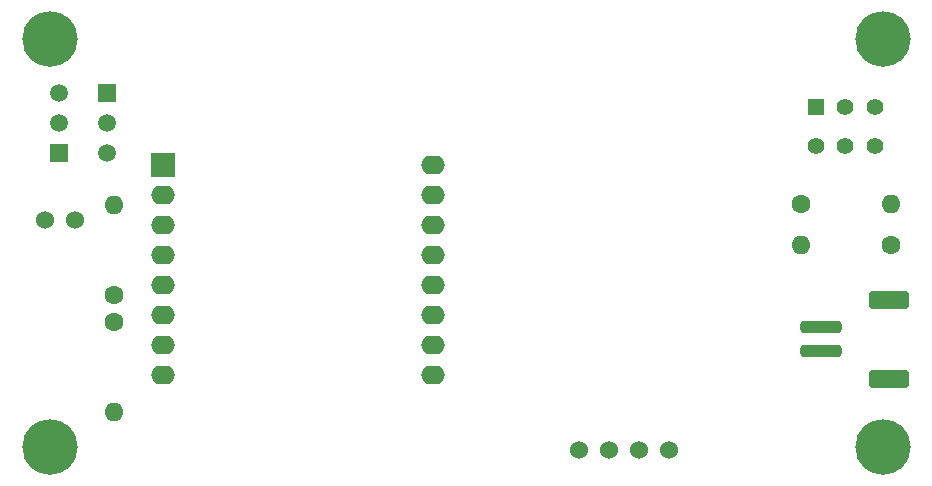
<source format=gts>
G04 #@! TF.GenerationSoftware,KiCad,Pcbnew,6.0.2+dfsg-1*
G04 #@! TF.CreationDate,2023-01-17T17:16:50-08:00*
G04 #@! TF.ProjectId,DNS-DriveBy,444e532d-4472-4697-9665-42792e6b6963,rev?*
G04 #@! TF.SameCoordinates,Original*
G04 #@! TF.FileFunction,Soldermask,Top*
G04 #@! TF.FilePolarity,Negative*
%FSLAX46Y46*%
G04 Gerber Fmt 4.6, Leading zero omitted, Abs format (unit mm)*
G04 Created by KiCad (PCBNEW 6.0.2+dfsg-1) date 2023-01-17 17:16:50*
%MOMM*%
%LPD*%
G01*
G04 APERTURE LIST*
G04 Aperture macros list*
%AMRoundRect*
0 Rectangle with rounded corners*
0 $1 Rounding radius*
0 $2 $3 $4 $5 $6 $7 $8 $9 X,Y pos of 4 corners*
0 Add a 4 corners polygon primitive as box body*
4,1,4,$2,$3,$4,$5,$6,$7,$8,$9,$2,$3,0*
0 Add four circle primitives for the rounded corners*
1,1,$1+$1,$2,$3*
1,1,$1+$1,$4,$5*
1,1,$1+$1,$6,$7*
1,1,$1+$1,$8,$9*
0 Add four rect primitives between the rounded corners*
20,1,$1+$1,$2,$3,$4,$5,0*
20,1,$1+$1,$4,$5,$6,$7,0*
20,1,$1+$1,$6,$7,$8,$9,0*
20,1,$1+$1,$8,$9,$2,$3,0*%
G04 Aperture macros list end*
%ADD10C,4.700000*%
%ADD11C,1.600000*%
%ADD12O,1.600000X1.600000*%
%ADD13R,1.500000X1.500000*%
%ADD14C,1.500000*%
%ADD15RoundRect,0.250000X1.500000X-0.250000X1.500000X0.250000X-1.500000X0.250000X-1.500000X-0.250000X0*%
%ADD16RoundRect,0.250001X1.449999X-0.499999X1.449999X0.499999X-1.449999X0.499999X-1.449999X-0.499999X0*%
%ADD17C,1.524000*%
%ADD18R,2.000000X2.000000*%
%ADD19O,2.000000X1.600000*%
%ADD20R,1.400000X1.400000*%
%ADD21C,1.400000*%
G04 APERTURE END LIST*
D10*
X3500000Y-3500000D03*
D11*
X8890000Y-25146000D03*
D12*
X8890000Y-17526000D03*
D13*
X4260000Y-13167200D03*
D14*
X4260000Y-10627200D03*
X4260000Y-8087200D03*
D11*
X74676000Y-20904200D03*
D12*
X67056000Y-20904200D03*
D15*
X68778000Y-29905200D03*
X68778000Y-27905200D03*
D16*
X74528000Y-25555200D03*
X74528000Y-32255200D03*
D17*
X48260000Y-38301200D03*
X50800000Y-38301200D03*
X53340000Y-38301200D03*
X55880000Y-38301200D03*
D18*
X13081000Y-14173200D03*
D19*
X13081000Y-16713200D03*
X13081000Y-19253200D03*
X13081000Y-21793200D03*
X13081000Y-24333200D03*
X13081000Y-26873200D03*
X13081000Y-29413200D03*
X13081000Y-31953200D03*
X35941000Y-31953200D03*
X35941000Y-29413200D03*
X35941000Y-26873200D03*
X35941000Y-24333200D03*
X35941000Y-21793200D03*
X35941000Y-19253200D03*
X35941000Y-16713200D03*
X35941000Y-14173200D03*
D10*
X74000000Y-3500000D03*
D20*
X68331500Y-9221200D03*
D21*
X70831500Y-9221200D03*
X73331500Y-9221200D03*
X68331500Y-12521200D03*
X70831500Y-12521200D03*
X73331500Y-12521200D03*
D11*
X67056000Y-17475200D03*
D12*
X74676000Y-17475200D03*
D11*
X8890000Y-27432000D03*
D12*
X8890000Y-35052000D03*
D17*
X5588000Y-18821400D03*
X3048000Y-18821400D03*
D13*
X8287600Y-8067200D03*
D14*
X8287600Y-10607200D03*
X8287600Y-13147200D03*
D10*
X74000000Y-38000000D03*
X3500000Y-38000000D03*
M02*

</source>
